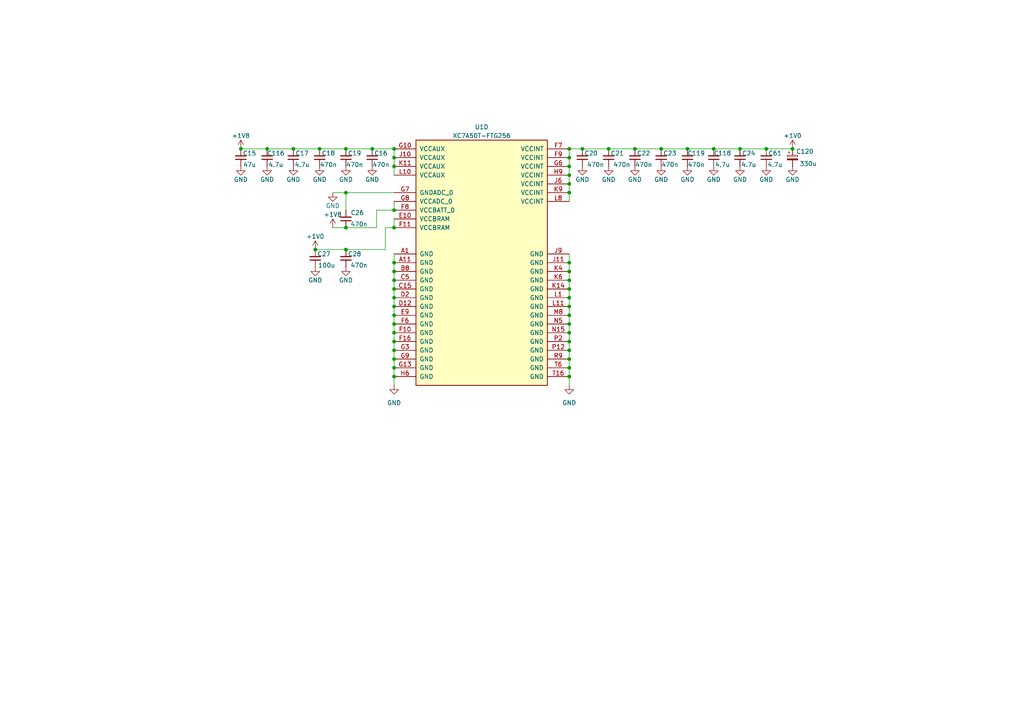
<source format=kicad_sch>
(kicad_sch (version 20231120) (generator "eeschema") (generator_version "8.0")
  (paper "A4")
  (title_block (title "CPArti: Artix-7 FPGA Development Board") (date "2024-08-22") (rev "1.0"))
  (lib_symbols
    (symbol "Device:C_Polarized_Small" (pin_numbers hide) (pin_names (offset 0.254) hide)
      (property "Reference" "C" (at 0.254 1.778 0))
      (property "Value" "C_Polarized_Small" (at 0.254 -2.032 0))
      (symbol "C_Polarized_Small_0_1"
        (rectangle (start -1.524 -0.3048) (end 1.524 -0.6858) (fill (type outline)))
        (rectangle (start -1.524 0.6858) (end 1.524 0.3048))
        (polyline (pts (xy -1.27 1.524) (xy -0.762 1.524)))
        (polyline (pts (xy -1.016 1.27) (xy -1.016 1.778)))
      )
      (symbol "C_Polarized_Small_1_1"
        (pin passive line (at 0 2.54 270) (length 1.8542) (name "~") (number "1"))
        (pin passive line (at 0 -2.54 90) (length 1.8542) (name "~") (number "2"))
      )
    )
    (symbol "Device:C_Small" (pin_numbers hide) (pin_names (offset 0.254) hide)
      (property "Reference" "C" (at 0.254 1.778 0))
      (property "Value" "C_Small" (at 0.254 -2.032 0))
      (symbol "C_Small_0_1"
        (polyline (pts (xy -1.524 -0.508) (xy 1.524 -0.508)) (stroke (width 0.3302)))
        (polyline (pts (xy -1.524 0.508) (xy 1.524 0.508)) (stroke (width 0.3048)))
      )
      (symbol "C_Small_1_1"
        (pin passive line (at 0 2.54 270) (length 2.032) (name "~") (number "1"))
        (pin passive line (at 0 -2.54 90) (length 2.032) (name "~") (number "2"))
      )
    )
    (symbol "FPGA_Xilinx_Artix7:XC7A50T-FTG256" (pin_names (offset 1.016))
      (property "Reference" "U" (at 0 1.27 0))
      (property "Value" "XC7A50T-FTG256" (at 0 -1.27 0))
      (symbol "XC7A50T-FTG256_1_1"
        (rectangle (start -44.45 67.31) (end 44.45 -73.66) (stroke (width 0.254)) (fill (type background)))
        (pin bidirectional line (at 50.8 38.1 180) (length 6.35) (name "IO_L3N_T0_DQS_AD1N_15") (number "A10"))
        (pin bidirectional line (at 50.8 27.94 180) (length 6.35) (name "IO_L5N_T0_AD9N_15") (number "A12"))
        (pin bidirectional line (at 50.8 20.32 180) (length 6.35) (name "IO_L7P_T1_AD2P_15") (number "A13"))
        (pin bidirectional line (at 50.8 17.78 180) (length 6.35) (name "IO_L7N_T1_AD2N_15") (number "A14"))
        (pin bidirectional line (at 50.8 7.62 180) (length 6.35) (name "IO_L9N_T1_DQS_AD3N_15") (number "A15"))
        (pin power_in line (at 27.94 73.66 270) (length 6.35) (name "VCCO_15") (number "A16"))
        (pin bidirectional line (at 50.8 45.72 180) (length 6.35) (name "IO_L2P_T0_AD8P_15") (number "A8"))
        (pin bidirectional line (at 50.8 43.18 180) (length 6.35) (name "IO_L2N_T0_AD8N_15") (number "A9"))
        (pin bidirectional line (at 50.8 35.56 180) (length 6.35) (name "IO_L4P_T0_15") (number "B10"))
        (pin bidirectional line (at 50.8 33.02 180) (length 6.35) (name "IO_L4N_T0_15") (number "B11"))
        (pin bidirectional line (at 50.8 30.48 180) (length 6.35) (name "IO_L5P_T0_AD9P_15") (number "B12"))
        (pin power_in line (at 30.48 73.66 270) (length 6.35) (name "VCCO_15") (number "B13"))
        (pin bidirectional line (at 50.8 12.7 180) (length 6.35) (name "IO_L8N_T1_AD10N_15") (number "B14"))
        (pin bidirectional line (at 50.8 10.16 180) (length 6.35) (name "IO_L9P_T1_DQS_AD3P_15") (number "B15"))
        (pin bidirectional line (at 50.8 2.54 180) (length 6.35) (name "IO_L10N_T1_AD11N_15") (number "B16"))
        (pin bidirectional line (at 50.8 40.64 180) (length 6.35) (name "IO_L3P_T0_DQS_AD1P_15") (number "B9"))
        (pin power_in line (at 33.02 73.66 270) (length 6.35) (name "VCCO_15") (number "C10"))
        (pin bidirectional line (at 50.8 0 180) (length 6.35) (name "IO_L11P_T1_SRCC_15") (number "C11"))
        (pin bidirectional line (at 50.8 -2.54 180) (length 6.35) (name "IO_L11N_T1_SRCC_15") (number "C12"))
        (pin bidirectional line (at 50.8 -7.62 180) (length 6.35) (name "IO_L12N_T1_MRCC_15") (number "C13"))
        (pin bidirectional line (at 50.8 15.24 180) (length 6.35) (name "IO_L8P_T1_AD10P_15") (number "C14"))
        (pin bidirectional line (at 50.8 5.08 180) (length 6.35) (name "IO_L10P_T1_AD11P_15") (number "C16"))
        (pin bidirectional line (at 50.8 50.8 180) (length 6.35) (name "IO_L1P_T0_AD0P_15") (number "C8"))
        (pin bidirectional line (at 50.8 48.26 180) (length 6.35) (name "IO_L1N_T0_AD0N_15") (number "C9"))
        (pin bidirectional line (at 50.8 53.34 180) (length 6.35) (name "IO_0_15") (number "D10"))
        (pin bidirectional line (at 50.8 -17.78 180) (length 6.35) (name "IO_L14N_T2_SRCC_15") (number "D11"))
        (pin bidirectional line (at 50.8 -5.08 180) (length 6.35) (name "IO_L12P_T1_MRCC_15") (number "D13"))
        (pin bidirectional line (at 50.8 -20.32 180) (length 6.35) (name "IO_L15P_T2_DQS_15") (number "D14"))
        (pin bidirectional line (at 50.8 -22.86 180) (length 6.35) (name "IO_L15N_T2_DQS_ADV_B_15") (number "D15"))
        (pin bidirectional line (at 50.8 -33.02 180) (length 6.35) (name "IO_L17N_T2_A25_15") (number "D16"))
        (pin bidirectional line (at 50.8 25.4 180) (length 6.35) (name "IO_L6P_T0_15") (number "D8"))
        (pin bidirectional line (at 50.8 22.86 180) (length 6.35) (name "IO_L6N_T0_VREF_15") (number "D9"))
        (pin bidirectional line (at 50.8 -15.24 180) (length 6.35) (name "IO_L14P_T2_SRCC_15") (number "E11"))
        (pin bidirectional line (at 50.8 -10.16 180) (length 6.35) (name "IO_L13P_T2_MRCC_15") (number "E12"))
        (pin bidirectional line (at 50.8 -12.7 180) (length 6.35) (name "IO_L13N_T2_MRCC_15") (number "E13"))
        (pin power_in line (at 35.56 73.66 270) (length 6.35) (name "VCCO_15") (number "E14"))
        (pin bidirectional line (at 50.8 -38.1 180) (length 6.35) (name "IO_L18N_T2_A23_15") (number "E15"))
        (pin bidirectional line (at 50.8 -30.48 180) (length 6.35) (name "IO_L17P_T2_A26_15") (number "E16"))
        (pin bidirectional line (at 50.8 -25.4 180) (length 6.35) (name "IO_L16P_T2_A28_15") (number "F12"))
        (pin bidirectional line (at 50.8 -27.94 180) (length 6.35) (name "IO_L16N_T2_A27_15") (number "F13"))
        (pin bidirectional line (at 50.8 -53.34 180) (length 6.35) (name "IO_L21N_T3_DQS_A18_15") (number "F14"))
        (pin bidirectional line (at 50.8 -35.56 180) (length 6.35) (name "IO_L18P_T2_A24_15") (number "F15"))
        (pin bidirectional line (at 50.8 -71.12 180) (length 6.35) (name "IO_25_15") (number "G11"))
        (pin bidirectional line (at 50.8 -43.18 180) (length 6.35) (name "IO_L19N_T3_A21_VREF_15") (number "G12"))
        (pin bidirectional line (at 50.8 -50.8 180) (length 6.35) (name "IO_L21P_T3_DQS_15") (number "G14"))
        (pin bidirectional line (at 50.8 -68.58 180) (length 6.35) (name "IO_L24N_T3_RS0_15") (number "G15"))
        (pin bidirectional line (at 50.8 -58.42 180) (length 6.35) (name "IO_L22N_T3_A16_15") (number "G16"))
        (pin bidirectional line (at 50.8 -40.64 180) (length 6.35) (name "IO_L19P_T3_A22_15") (number "H11"))
        (pin bidirectional line (at 50.8 -45.72 180) (length 6.35) (name "IO_L20P_T3_A20_15") (number "H12"))
        (pin bidirectional line (at 50.8 -48.26 180) (length 6.35) (name "IO_L20N_T3_A19_15") (number "H13"))
        (pin bidirectional line (at 50.8 -66.04 180) (length 6.35) (name "IO_L24P_T3_RS1_15") (number "H14"))
        (pin power_in line (at 38.1 73.66 270) (length 6.35) (name "VCCO_15") (number "H15"))
        (pin bidirectional line (at 50.8 -55.88 180) (length 6.35) (name "IO_L22P_T3_A17_15") (number "H16"))
        (pin power_in line (at 40.64 73.66 270) (length 6.35) (name "VCCO_15") (number "J12"))
        (pin bidirectional line (at -50.8 50.8 0) (length 6.35) (name "IO_L1P_T0_D00_MOSI_14") (number "J13"))
        (pin bidirectional line (at -50.8 48.26 0) (length 6.35) (name "IO_L1N_T0_D01_DIN_14") (number "J14"))
        (pin bidirectional line (at 50.8 -60.96 180) (length 6.35) (name "IO_L23P_T3_FOE_B_15") (number "J15"))
        (pin bidirectional line (at 50.8 -63.5 180) (length 6.35) (name "IO_L23N_T3_FWE_B_15") (number "J16"))
        (pin bidirectional line (at -50.8 53.34 0) (length 6.35) (name "IO_0_14") (number "K12"))
        (pin bidirectional line (at -50.8 30.48 0) (length 6.35) (name "IO_L5P_T0_D06_14") (number "K13"))
        (pin bidirectional line (at -50.8 45.72 0) (length 6.35) (name "IO_L2P_T0_D02_14") (number "K15"))
        (pin bidirectional line (at -50.8 43.18 0) (length 6.35) (name "IO_L2N_T0_D03_14") (number "K16"))
        (pin bidirectional line (at -50.8 25.4 0) (length 6.35) (name "IO_L6P_T0_FCS_B_14") (number "L12"))
        (pin bidirectional line (at -50.8 27.94 0) (length 6.35) (name "IO_L5N_T0_D07_14") (number "L13"))
        (pin bidirectional line (at -50.8 35.56 0) (length 6.35) (name "IO_L4P_T0_D04_14") (number "L14"))
        (pin bidirectional line (at -50.8 40.64 0) (length 6.35) (name "IO_L3P_T0_DQS_PUDC_B_14") (number "L15"))
        (pin power_in line (at -40.64 73.66 270) (length 6.35) (name "VCCO_14") (number "L16"))
        (pin bidirectional line (at -50.8 22.86 0) (length 6.35) (name "IO_L6N_T0_D08_VREF_14") (number "M12"))
        (pin power_in line (at -38.1 73.66 270) (length 6.35) (name "VCCO_14") (number "M13"))
        (pin bidirectional line (at -50.8 33.02 0) (length 6.35) (name "IO_L4N_T0_D05_14") (number "M14"))
        (pin bidirectional line (at -50.8 38.1 0) (length 6.35) (name "IO_L3N_T0_DQS_EMCCLK_14") (number "M15"))
        (pin bidirectional line (at -50.8 20.32 0) (length 6.35) (name "IO_L7P_T1_D09_14") (number "M16"))
        (pin bidirectional line (at -50.8 -40.64 0) (length 6.35) (name "IO_L19P_T3_A10_D26_14") (number "M6"))
        (pin power_in line (at -35.56 73.66 270) (length 6.35) (name "VCCO_14") (number "N10"))
        (pin bidirectional line (at -50.8 -10.16 0) (length 6.35) (name "IO_L13P_T2_MRCC_14") (number "N11"))
        (pin bidirectional line (at -50.8 -12.7 0) (length 6.35) (name "IO_L13N_T2_MRCC_14") (number "N12"))
        (pin bidirectional line (at -50.8 0 0) (length 6.35) (name "IO_L11P_T1_SRCC_14") (number "N13"))
        (pin bidirectional line (at -50.8 -5.08 0) (length 6.35) (name "IO_L12P_T1_MRCC_14") (number "N14"))
        (pin bidirectional line (at -50.8 17.78 0) (length 6.35) (name "IO_L7N_T1_D10_14") (number "N16"))
        (pin bidirectional line (at -50.8 -43.18 0) (length 6.35) (name "IO_L19N_T3_A09_D25_VREF_14") (number "N6"))
        (pin bidirectional line (at -50.8 -35.56 0) (length 6.35) (name "IO_L18P_T2_A12_D28_14") (number "N9"))
        (pin bidirectional line (at -50.8 -15.24 0) (length 6.35) (name "IO_L14P_T2_SRCC_14") (number "P10"))
        (pin bidirectional line (at -50.8 -17.78 0) (length 6.35) (name "IO_L14N_T2_SRCC_14") (number "P11"))
        (pin bidirectional line (at -50.8 -2.54 0) (length 6.35) (name "IO_L11N_T1_SRCC_14") (number "P13"))
        (pin bidirectional line (at -50.8 -7.62 0) (length 6.35) (name "IO_L12N_T1_MRCC_14") (number "P14"))
        (pin bidirectional line (at -50.8 15.24 0) (length 6.35) (name "IO_L8P_T1_D11_14") (number "P15"))
        (pin bidirectional line (at -50.8 12.7 0) (length 6.35) (name "IO_L8N_T1_D12_14") (number "P16"))
        (pin bidirectional line (at -50.8 -71.12 0) (length 6.35) (name "IO_25_14") (number "P6"))
        (pin power_in line (at -33.02 73.66 270) (length 6.35) (name "VCCO_14") (number "P7"))
        (pin bidirectional line (at -50.8 -45.72 0) (length 6.35) (name "IO_L20P_T3_A08_D24_14") (number "P8"))
        (pin bidirectional line (at -50.8 -38.1 0) (length 6.35) (name "IO_L18N_T2_A11_D27_14") (number "P9"))
        (pin bidirectional line (at -50.8 -30.48 0) (length 6.35) (name "IO_L17P_T2_A14_D30_14") (number "R10"))
        (pin bidirectional line (at -50.8 -33.02 0) (length 6.35) (name "IO_L17N_T2_A13_D29_14") (number "R11"))
        (pin bidirectional line (at -50.8 -20.32 0) (length 6.35) (name "IO_L15P_T2_DQS_RDWR_B_14") (number "R12"))
        (pin bidirectional line (at -50.8 -25.4 0) (length 6.35) (name "IO_L16P_T2_CSI_B_14") (number "R13"))
        (pin power_in line (at -30.48 73.66 270) (length 6.35) (name "VCCO_14") (number "R14"))
        (pin bidirectional line (at -50.8 10.16 0) (length 6.35) (name "IO_L9P_T1_DQS_14") (number "R15"))
        (pin bidirectional line (at -50.8 7.62 0) (length 6.35) (name "IO_L9N_T1_DQS_D13_14") (number "R16"))
        (pin bidirectional line (at -50.8 -60.96 0) (length 6.35) (name "IO_L23P_T3_A03_D19_14") (number "R5"))
        (pin bidirectional line (at -50.8 -66.04 0) (length 6.35) (name "IO_L24P_T3_A01_D17_14") (number "R6"))
        (pin bidirectional line (at -50.8 -68.58 0) (length 6.35) (name "IO_L24N_T3_A00_D16_14") (number "R7"))
        (pin bidirectional line (at -50.8 -48.26 0) (length 6.35) (name "IO_L20N_T3_A07_D23_14") (number "R8"))
        (pin bidirectional line (at -50.8 -58.42 0) (length 6.35) (name "IO_L22N_T3_A04_D20_14") (number "T10"))
        (pin power_in line (at -27.94 73.66 270) (length 6.35) (name "VCCO_14") (number "T11"))
        (pin bidirectional line (at -50.8 -22.86 0) (length 6.35) (name "IO_L15N_T2_DQS_DOUT_CSO_B_14") (number "T12"))
        (pin bidirectional line (at -50.8 -27.94 0) (length 6.35) (name "IO_L16N_T2_A15_D31_14") (number "T13"))
        (pin bidirectional line (at -50.8 5.08 0) (length 6.35) (name "IO_L10P_T1_D14_14") (number "T14"))
        (pin bidirectional line (at -50.8 2.54 0) (length 6.35) (name "IO_L10N_T1_D15_14") (number "T15"))
        (pin bidirectional line (at -50.8 -63.5 0) (length 6.35) (name "IO_L23N_T3_A02_D18_14") (number "T5"))
        (pin bidirectional line (at -50.8 -50.8 0) (length 6.35) (name "IO_L21P_T3_DQS_14") (number "T7"))
        (pin bidirectional line (at -50.8 -53.34 0) (length 6.35) (name "IO_L21N_T3_DQS_A06_D22_14") (number "T8"))
        (pin bidirectional line (at -50.8 -55.88 0) (length 6.35) (name "IO_L22P_T3_A05_D21_14") (number "T9"))
      )
      (symbol "XC7A50T-FTG256_2_1"
        (rectangle (start -44.45 67.31) (end 44.45 -73.66) (stroke (width 0.254)) (fill (type background)))
        (pin bidirectional line (at 50.8 12.7 180) (length 6.35) (name "IO_L8N_T1_AD14N_35") (number "A2"))
        (pin bidirectional line (at 50.8 33.02 180) (length 6.35) (name "IO_L4N_T0_35") (number "A3"))
        (pin bidirectional line (at 50.8 38.1 180) (length 6.35) (name "IO_L3N_T0_DQS_AD5N_35") (number "A4"))
        (pin bidirectional line (at 50.8 40.64 180) (length 6.35) (name "IO_L3P_T0_DQS_AD5P_35") (number "A5"))
        (pin power_in line (at 27.94 73.66 270) (length 6.35) (name "VCCO_35") (number "A6"))
        (pin bidirectional line (at 50.8 48.26 180) (length 6.35) (name "IO_L1N_T0_AD4N_35") (number "A7"))
        (pin bidirectional line (at 50.8 7.62 180) (length 6.35) (name "IO_L9N_T1_DQS_AD7N_35") (number "B1"))
        (pin bidirectional line (at 50.8 15.24 180) (length 6.35) (name "IO_L8P_T1_AD14P_35") (number "B2"))
        (pin power_in line (at 30.48 73.66 270) (length 6.35) (name "VCCO_35") (number "B3"))
        (pin bidirectional line (at 50.8 35.56 180) (length 6.35) (name "IO_L4P_T0_35") (number "B4"))
        (pin bidirectional line (at 50.8 43.18 180) (length 6.35) (name "IO_L2N_T0_AD12N_35") (number "B5"))
        (pin bidirectional line (at 50.8 45.72 180) (length 6.35) (name "IO_L2P_T0_AD12P_35") (number "B6"))
        (pin bidirectional line (at 50.8 50.8 180) (length 6.35) (name "IO_L1P_T0_AD4P_35") (number "B7"))
        (pin bidirectional line (at 50.8 10.16 180) (length 6.35) (name "IO_L9P_T1_DQS_AD7P_35") (number "C1"))
        (pin bidirectional line (at 50.8 17.78 180) (length 6.35) (name "IO_L7N_T1_AD6N_35") (number "C2"))
        (pin bidirectional line (at 50.8 20.32 180) (length 6.35) (name "IO_L7P_T1_AD6P_35") (number "C3"))
        (pin bidirectional line (at 50.8 -7.62 180) (length 6.35) (name "IO_L12N_T1_MRCC_35") (number "C4"))
        (pin bidirectional line (at 50.8 27.94 180) (length 6.35) (name "IO_L5N_T0_AD13N_35") (number "C6"))
        (pin bidirectional line (at 50.8 30.48 180) (length 6.35) (name "IO_L5P_T0_AD13P_35") (number "C7"))
        (pin bidirectional line (at 50.8 2.54 180) (length 6.35) (name "IO_L10N_T1_AD15N_35") (number "D1"))
        (pin bidirectional line (at 50.8 -2.54 180) (length 6.35) (name "IO_L11N_T1_SRCC_35") (number "D3"))
        (pin bidirectional line (at 50.8 -5.08 180) (length 6.35) (name "IO_L12P_T1_MRCC_35") (number "D4"))
        (pin bidirectional line (at 50.8 22.86 180) (length 6.35) (name "IO_L6N_T0_VREF_35") (number "D5"))
        (pin bidirectional line (at 50.8 25.4 180) (length 6.35) (name "IO_L6P_T0_35") (number "D6"))
        (pin power_in line (at 33.02 73.66 270) (length 6.35) (name "VCCO_35") (number "D7"))
        (pin bidirectional line (at 50.8 -22.86 180) (length 6.35) (name "IO_L15N_T2_DQS_35") (number "E1"))
        (pin bidirectional line (at 50.8 5.08 180) (length 6.35) (name "IO_L10P_T1_AD15P_35") (number "E2"))
        (pin bidirectional line (at 50.8 0 180) (length 6.35) (name "IO_L11P_T1_SRCC_35") (number "E3"))
        (pin power_in line (at 35.56 73.66 270) (length 6.35) (name "VCCO_35") (number "E4"))
        (pin bidirectional line (at 50.8 -12.7 180) (length 6.35) (name "IO_L13N_T2_MRCC_35") (number "E5"))
        (pin bidirectional line (at 50.8 53.34 180) (length 6.35) (name "IO_0_35") (number "E6"))
        (pin power_in line (at 38.1 73.66 270) (length 6.35) (name "VCCO_35") (number "F1"))
        (pin bidirectional line (at 50.8 -20.32 180) (length 6.35) (name "IO_L15P_T2_DQS_35") (number "F2"))
        (pin bidirectional line (at 50.8 -17.78 180) (length 6.35) (name "IO_L14N_T2_SRCC_35") (number "F3"))
        (pin bidirectional line (at 50.8 -15.24 180) (length 6.35) (name "IO_L14P_T2_SRCC_35") (number "F4"))
        (pin bidirectional line (at 50.8 -10.16 180) (length 6.35) (name "IO_L13P_T2_MRCC_35") (number "F5"))
        (pin bidirectional line (at 50.8 -33.02 180) (length 6.35) (name "IO_L17N_T2_35") (number "G1"))
        (pin bidirectional line (at 50.8 -30.48 180) (length 6.35) (name "IO_L17P_T2_35") (number "G2"))
        (pin bidirectional line (at 50.8 -27.94 180) (length 6.35) (name "IO_L16N_T2_35") (number "G4"))
        (pin bidirectional line (at 50.8 -25.4 180) (length 6.35) (name "IO_L16P_T2_35") (number "G5"))
        (pin bidirectional line (at 50.8 -48.26 180) (length 6.35) (name "IO_L20N_T3_35") (number "H1"))
        (pin bidirectional line (at 50.8 -45.72 180) (length 6.35) (name "IO_L20P_T3_35") (number "H2"))
        (pin bidirectional line (at 50.8 -53.34 180) (length 6.35) (name "IO_L21N_T3_DQS_35") (number "H3"))
        (pin bidirectional line (at 50.8 -38.1 180) (length 6.35) (name "IO_L18N_T2_35") (number "H4"))
        (pin bidirectional line (at 50.8 -35.56 180) (length 6.35) (name "IO_L18P_T2_35") (number "H5"))
        (pin bidirectional line (at 50.8 -58.42 180) (length 6.35) (name "IO_L22N_T3_35") (number "J1"))
        (pin power_in line (at 40.64 73.66 270) (length 6.35) (name "VCCO_35") (number "J2"))
        (pin bidirectional line (at 50.8 -50.8 180) (length 6.35) (name "IO_L21P_T3_DQS_35") (number "J3"))
        (pin bidirectional line (at 50.8 -43.18 180) (length 6.35) (name "IO_L19N_T3_VREF_35") (number "J4"))
        (pin bidirectional line (at 50.8 -40.64 180) (length 6.35) (name "IO_L19P_T3_35") (number "J5"))
        (pin bidirectional line (at 50.8 -55.88 180) (length 6.35) (name "IO_L22P_T3_35") (number "K1"))
        (pin bidirectional line (at 50.8 -68.58 180) (length 6.35) (name "IO_L24N_T3_35") (number "K2"))
        (pin bidirectional line (at 50.8 -66.04 180) (length 6.35) (name "IO_L24P_T3_35") (number "K3"))
        (pin bidirectional line (at 50.8 -71.12 180) (length 6.35) (name "IO_25_35") (number "K5"))
        (pin bidirectional line (at 50.8 -63.5 180) (length 6.35) (name "IO_L23N_T3_35") (number "L2"))
        (pin bidirectional line (at 50.8 -60.96 180) (length 6.35) (name "IO_L23P_T3_35") (number "L3"))
        (pin bidirectional line (at -50.8 50.8 0) (length 6.35) (name "IO_L1P_T0_34") (number "L4"))
        (pin bidirectional line (at -50.8 53.34 0) (length 6.35) (name "IO_0_34") (number "L5"))
        (pin bidirectional line (at -50.8 43.18 0) (length 6.35) (name "IO_L2N_T0_34") (number "M1"))
        (pin bidirectional line (at -50.8 45.72 0) (length 6.35) (name "IO_L2P_T0_34") (number "M2"))
        (pin power_in line (at -40.64 73.66 270) (length 6.35) (name "VCCO_34") (number "M3"))
        (pin bidirectional line (at -50.8 48.26 0) (length 6.35) (name "IO_L1N_T0_34") (number "M4"))
        (pin bidirectional line (at -50.8 25.4 0) (length 6.35) (name "IO_L6P_T0_34") (number "M5"))
        (pin bidirectional line (at -50.8 35.56 0) (length 6.35) (name "IO_L4P_T0_34") (number "N1"))
        (pin bidirectional line (at -50.8 38.1 0) (length 6.35) (name "IO_L3N_T0_DQS_34") (number "N2"))
        (pin bidirectional line (at -50.8 40.64 0) (length 6.35) (name "IO_L3P_T0_DQS_34") (number "N3"))
        (pin bidirectional line (at -50.8 22.86 0) (length 6.35) (name "IO_L6N_T0_VREF_34") (number "N4"))
        (pin bidirectional line (at -50.8 33.02 0) (length 6.35) (name "IO_L4N_T0_34") (number "P1"))
        (pin bidirectional line (at -50.8 27.94 0) (length 6.35) (name "IO_L5N_T0_34") (number "P3"))
        (pin bidirectional line (at -50.8 30.48 0) (length 6.35) (name "IO_L5P_T0_34") (number "P4"))
        (pin bidirectional line (at -50.8 5.08 0) (length 6.35) (name "IO_L10P_T1_34") (number "P5"))
        (pin bidirectional line (at -50.8 17.78 0) (length 6.35) (name "IO_L7N_T1_34") (number "R1"))
        (pin bidirectional line (at -50.8 20.32 0) (length 6.35) (name "IO_L7P_T1_34") (number "R2"))
        (pin bidirectional line (at -50.8 15.24 0) (length 6.35) (name "IO_L8P_T1_34") (number "R3"))
        (pin power_in line (at -38.1 73.66 270) (length 6.35) (name "VCCO_34") (number "R4"))
        (pin power_in line (at -35.56 73.66 270) (length 6.35) (name "VCCO_34") (number "T1"))
        (pin bidirectional line (at -50.8 12.7 0) (length 6.35) (name "IO_L8N_T1_34") (number "T2"))
        (pin bidirectional line (at -50.8 7.62 0) (length 6.35) (name "IO_L9N_T1_DQS_34") (number "T3"))
        (pin bidirectional line (at -50.8 10.16 0) (length 6.35) (name "IO_L9P_T1_DQS_34") (number "T4"))
      )
      (symbol "XC7A50T-FTG256_3_1"
        (rectangle (start -31.75 34.29) (end 31.75 -40.64) (stroke (width 0.254)) (fill (type background)))
        (pin bidirectional line (at 38.1 -15.24 180) (length 6.35) (name "CFGBVS_0") (number "E7"))
        (pin bidirectional line (at 38.1 7.62 180) (length 6.35) (name "CCLK_0") (number "E8"))
        (pin bidirectional line (at 38.1 -5.08 180) (length 6.35) (name "DONE_0") (number "H10"))
        (pin bidirectional line (at 38.1 -30.48 180) (length 6.35) (name "VREFN_0") (number "H7"))
        (pin bidirectional line (at 38.1 -20.32 180) (length 6.35) (name "VP_0") (number "H8"))
        (pin bidirectional line (at 38.1 -22.86 180) (length 6.35) (name "VN_0") (number "J7"))
        (pin bidirectional line (at 38.1 -27.94 180) (length 6.35) (name "VREFP_0") (number "J8"))
        (pin bidirectional line (at 38.1 -7.62 180) (length 6.35) (name "INIT_B_0") (number "K10"))
        (pin bidirectional line (at 38.1 -38.1 180) (length 6.35) (name "DXN_0") (number "K7"))
        (pin bidirectional line (at 38.1 -35.56 180) (length 6.35) (name "DXP_0") (number "K8"))
        (pin power_in line (at 27.94 40.64 270) (length 6.35) (name "VCCO_0") (number "L6"))
        (pin bidirectional line (at 38.1 12.7 180) (length 6.35) (name "TCK_0") (number "L7"))
        (pin bidirectional line (at 38.1 -10.16 180) (length 6.35) (name "PROGRAM_B_0") (number "L9"))
        (pin bidirectional line (at 38.1 2.54 180) (length 6.35) (name "M1_0") (number "M10"))
        (pin bidirectional line (at 38.1 0 180) (length 6.35) (name "M2_0") (number "M11"))
        (pin bidirectional line (at 38.1 15.24 180) (length 6.35) (name "TMS_0") (number "M7"))
        (pin bidirectional line (at 38.1 5.08 180) (length 6.35) (name "M0_0") (number "M9"))
        (pin bidirectional line (at 38.1 20.32 180) (length 6.35) (name "TDI_0") (number "N7"))
        (pin bidirectional line (at 38.1 17.78 180) (length 6.35) (name "TDO_0") (number "N8"))
      )
      (symbol "XC7A50T-FTG256_4_1"
        (rectangle (start -19.05 35.56) (end 19.05 -35.56) (stroke (width 0.254)) (fill (type background)))
        (pin power_in line (at -25.4 2.54 0) (length 6.35) (name "GND") (number "A1"))
        (pin power_in line (at -25.4 0 0) (length 6.35) (name "GND") (number "A11"))
        (pin power_in line (at -25.4 -2.54 0) (length 6.35) (name "GND") (number "B8"))
        (pin power_in line (at -25.4 -7.62 0) (length 6.35) (name "GND") (number "C15"))
        (pin power_in line (at -25.4 -5.08 0) (length 6.35) (name "GND") (number "C5"))
        (pin power_in line (at -25.4 -12.7 0) (length 6.35) (name "GND") (number "D12"))
        (pin power_in line (at -25.4 -10.16 0) (length 6.35) (name "GND") (number "D2"))
        (pin power_in line (at -25.4 12.7 0) (length 6.35) (name "VCCBRAM") (number "E10"))
        (pin power_in line (at -25.4 -15.24 0) (length 6.35) (name "GND") (number "E9"))
        (pin power_in line (at -25.4 -20.32 0) (length 6.35) (name "GND") (number "F10"))
        (pin power_in line (at -25.4 10.16 0) (length 6.35) (name "VCCBRAM") (number "F11"))
        (pin power_in line (at -25.4 -22.86 0) (length 6.35) (name "GND") (number "F16"))
        (pin power_in line (at -25.4 -17.78 0) (length 6.35) (name "GND") (number "F6"))
        (pin power_in line (at 25.4 33.02 180) (length 6.35) (name "VCCINT") (number "F7"))
        (pin power_in line (at -25.4 15.24 0) (length 6.35) (name "VCCBATT_0") (number "F8"))
        (pin power_in line (at 25.4 30.48 180) (length 6.35) (name "VCCINT") (number "F9"))
        (pin power_in line (at -25.4 33.02 0) (length 6.35) (name "VCCAUX") (number "G10"))
        (pin power_in line (at -25.4 -30.48 0) (length 6.35) (name "GND") (number "G13"))
        (pin power_in line (at -25.4 -25.4 0) (length 6.35) (name "GND") (number "G3"))
        (pin power_in line (at 25.4 27.94 180) (length 6.35) (name "VCCINT") (number "G6"))
        (pin power_in line (at -25.4 20.32 0) (length 6.35) (name "GNDADC_0") (number "G7"))
        (pin power_in line (at -25.4 17.78 0) (length 6.35) (name "VCCADC_0") (number "G8"))
        (pin power_in line (at -25.4 -27.94 0) (length 6.35) (name "GND") (number "G9"))
        (pin power_in line (at -25.4 -33.02 0) (length 6.35) (name "GND") (number "H6"))
        (pin power_in line (at 25.4 25.4 180) (length 6.35) (name "VCCINT") (number "H9"))
        (pin power_in line (at -25.4 30.48 0) (length 6.35) (name "VCCAUX") (number "J10"))
        (pin power_in line (at 25.4 0 180) (length 6.35) (name "GND") (number "J11"))
        (pin power_in line (at 25.4 22.86 180) (length 6.35) (name "VCCINT") (number "J6"))
        (pin power_in line (at 25.4 2.54 180) (length 6.35) (name "GND") (number "J9"))
        (pin power_in line (at -25.4 27.94 0) (length 6.35) (name "VCCAUX") (number "K11"))
        (pin power_in line (at 25.4 -7.62 180) (length 6.35) (name "GND") (number "K14"))
        (pin power_in line (at 25.4 -2.54 180) (length 6.35) (name "GND") (number "K4"))
        (pin power_in line (at 25.4 -5.08 180) (length 6.35) (name "GND") (number "K6"))
        (pin power_in line (at 25.4 20.32 180) (length 6.35) (name "VCCINT") (number "K9"))
        (pin power_in line (at 25.4 -10.16 180) (length 6.35) (name "GND") (number "L1"))
        (pin power_in line (at -25.4 25.4 0) (length 6.35) (name "VCCAUX") (number "L10"))
        (pin power_in line (at 25.4 -12.7 180) (length 6.35) (name "GND") (number "L11"))
        (pin power_in line (at 25.4 17.78 180) (length 6.35) (name "VCCINT") (number "L8"))
        (pin power_in line (at 25.4 -15.24 180) (length 6.35) (name "GND") (number "M8"))
        (pin power_in line (at 25.4 -20.32 180) (length 6.35) (name "GND") (number "N15"))
        (pin power_in line (at 25.4 -17.78 180) (length 6.35) (name "GND") (number "N5"))
        (pin power_in line (at 25.4 -25.4 180) (length 6.35) (name "GND") (number "P12"))
        (pin power_in line (at 25.4 -22.86 180) (length 6.35) (name "GND") (number "P2"))
        (pin power_in line (at 25.4 -27.94 180) (length 6.35) (name "GND") (number "R9"))
        (pin power_in line (at 25.4 -33.02 180) (length 6.35) (name "GND") (number "T16"))
        (pin power_in line (at 25.4 -30.48 180) (length 6.35) (name "GND") (number "T6"))
      )
    )
    (symbol "power:+1V0" (power) (pin_numbers hide) (pin_names (offset 0) hide)
      (property "Value" "+1V0" (at 0 3.556 0))
      (symbol "+1V0_0_1"
        (polyline (pts (xy -0.762 1.27) (xy 0 2.54)))
        (polyline (pts (xy 0 0) (xy 0 2.54)))
        (polyline (pts (xy 0 2.54) (xy 0.762 1.27)))
      )
      (symbol "+1V0_1_1"
        (pin power_in line (at 0 0 90) (length 0) (name "~") (number "1"))
      )
    )
    (symbol "power:+1V8" (power) (pin_numbers hide) (pin_names (offset 0) hide)
      (property "Value" "+1V8" (at 0 3.556 0))
      (symbol "+1V8_0_1"
        (polyline (pts (xy -0.762 1.27) (xy 0 2.54)))
        (polyline (pts (xy 0 0) (xy 0 2.54)))
        (polyline (pts (xy 0 2.54) (xy 0.762 1.27)))
      )
      (symbol "+1V8_1_1"
        (pin power_in line (at 0 0 90) (length 0) (name "~") (number "1"))
      )
    )
    (symbol "power:GND" (power) (pin_numbers hide) (pin_names (offset 0) hide)
      (property "Value" "GND" (at 0 -3.81 0))
      (symbol "GND_0_1"
        (polyline (pts (xy 0 0) (xy 0 -1.27) (xy 1.27 -1.27) (xy 0 -2.54) (xy -1.27 -1.27) (xy 0 -1.27)))
      )
      (symbol "GND_1_1"
        (pin power_in line (at 0 0 270) (length 0) (name "~") (number "1"))
      )
    )
  )
  (junction (at 165.1 109.22))
  (junction (at 114.3 96.52))
  (junction (at 165.1 104.14))
  (junction (at 100.33 72.39))
  (junction (at 114.3 91.44))
  (junction (at 92.71 43.18))
  (junction (at 165.1 99.06))
  (junction (at 184.15 43.18))
  (junction (at 114.3 43.18))
  (junction (at 165.1 55.88))
  (junction (at 114.3 106.68))
  (junction (at 100.33 43.18))
  (junction (at 114.3 60.96))
  (junction (at 85.09 43.18))
  (junction (at 165.1 50.8))
  (junction (at 165.1 78.74))
  (junction (at 114.3 76.2))
  (junction (at 207.01 43.18))
  (junction (at 91.44 72.39))
  (junction (at 114.3 88.9))
  (junction (at 114.3 48.26))
  (junction (at 165.1 83.82))
  (junction (at 165.1 45.72))
  (junction (at 114.3 104.14))
  (junction (at 165.1 86.36))
  (junction (at 100.33 55.88))
  (junction (at 114.3 101.6))
  (junction (at 165.1 91.44))
  (junction (at 114.3 86.36))
  (junction (at 114.3 78.74))
  (junction (at 191.77 43.18))
  (junction (at 165.1 53.34))
  (junction (at 229.87 43.18))
  (junction (at 165.1 96.52))
  (junction (at 165.1 43.18))
  (junction (at 100.33 66.04))
  (junction (at 165.1 93.98))
  (junction (at 114.3 81.28))
  (junction (at 165.1 88.9))
  (junction (at 107.95 43.18))
  (junction (at 165.1 48.26))
  (junction (at 165.1 101.6))
  (junction (at 165.1 76.2))
  (junction (at 214.63 43.18))
  (junction (at 176.53 43.18))
  (junction (at 168.91 43.18))
  (junction (at 114.3 99.06))
  (junction (at 77.47 43.18))
  (junction (at 114.3 45.72))
  (junction (at 69.85 43.18))
  (junction (at 199.39 43.18))
  (junction (at 114.3 93.98))
  (junction (at 114.3 66.04))
  (junction (at 165.1 81.28))
  (junction (at 222.25 43.18))
  (junction (at 165.1 106.68))
  (junction (at 114.3 83.82))
  (junction (at 114.3 109.22))
  (wire (pts (xy 176.53 43.18) (xy 184.15 43.18)))
  (wire (pts (xy 114.3 101.6) (xy 114.3 104.14)))
  (wire (pts (xy 165.1 93.98) (xy 165.1 96.52)))
  (wire (pts (xy 165.1 91.44) (xy 165.1 93.98)))
  (wire (pts (xy 165.1 83.82) (xy 165.1 86.36)))
  (wire (pts (xy 100.33 66.04) (xy 109.22 66.04)))
  (wire (pts (xy 100.33 55.88) (xy 100.33 60.96)))
  (wire (pts (xy 109.22 60.96) (xy 114.3 60.96)))
  (wire (pts (xy 165.1 106.68) (xy 165.1 109.22)))
  (wire (pts (xy 165.1 50.8) (xy 165.1 53.34)))
  (wire (pts (xy 114.3 48.26) (xy 114.3 50.8)))
  (wire (pts (xy 207.01 43.18) (xy 214.63 43.18)))
  (wire (pts (xy 214.63 43.18) (xy 222.25 43.18)))
  (wire (pts (xy 114.3 96.52) (xy 114.3 99.06)))
  (wire (pts (xy 100.33 55.88) (xy 114.3 55.88)))
  (wire (pts (xy 96.52 66.04) (xy 100.33 66.04)))
  (wire (pts (xy 165.1 104.14) (xy 165.1 106.68)))
  (wire (pts (xy 114.3 81.28) (xy 114.3 83.82)))
  (wire (pts (xy 114.3 104.14) (xy 114.3 106.68)))
  (wire (pts (xy 165.1 81.28) (xy 165.1 83.82)))
  (wire (pts (xy 114.3 83.82) (xy 114.3 86.36)))
  (wire (pts (xy 114.3 63.5) (xy 114.3 66.04)))
  (wire (pts (xy 114.3 109.22) (xy 114.3 111.76)))
  (wire (pts (xy 165.1 78.74) (xy 165.1 81.28)))
  (wire (pts (xy 165.1 76.2) (xy 165.1 78.74)))
  (wire (pts (xy 165.1 86.36) (xy 165.1 88.9)))
  (wire (pts (xy 109.22 66.04) (xy 109.22 60.96)))
  (wire (pts (xy 114.3 73.66) (xy 114.3 76.2)))
  (wire (pts (xy 165.1 99.06) (xy 165.1 101.6)))
  (wire (pts (xy 114.3 91.44) (xy 114.3 93.98)))
  (wire (pts (xy 165.1 101.6) (xy 165.1 104.14)))
  (wire (pts (xy 114.3 78.74) (xy 114.3 81.28)))
  (wire (pts (xy 114.3 58.42) (xy 114.3 60.96)))
  (wire (pts (xy 165.1 55.88) (xy 165.1 58.42)))
  (wire (pts (xy 165.1 96.52) (xy 165.1 99.06)))
  (wire (pts (xy 114.3 106.68) (xy 114.3 109.22)))
  (wire (pts (xy 165.1 109.22) (xy 165.1 111.76)))
  (wire (pts (xy 69.85 43.18) (xy 77.47 43.18)))
  (wire (pts (xy 165.1 43.18) (xy 168.91 43.18)))
  (wire (pts (xy 165.1 45.72) (xy 165.1 48.26)))
  (wire (pts (xy 184.15 43.18) (xy 191.77 43.18)))
  (wire (pts (xy 165.1 88.9) (xy 165.1 91.44)))
  (wire (pts (xy 111.76 66.04) (xy 111.76 72.39)))
  (wire (pts (xy 114.3 86.36) (xy 114.3 88.9)))
  (wire (pts (xy 191.77 43.18) (xy 199.39 43.18)))
  (wire (pts (xy 165.1 53.34) (xy 165.1 55.88)))
  (wire (pts (xy 114.3 88.9) (xy 114.3 91.44)))
  (wire (pts (xy 222.25 43.18) (xy 229.87 43.18)))
  (wire (pts (xy 92.71 43.18) (xy 100.33 43.18)))
  (wire (pts (xy 114.3 45.72) (xy 114.3 48.26)))
  (wire (pts (xy 114.3 76.2) (xy 114.3 78.74)))
  (wire (pts (xy 165.1 73.66) (xy 165.1 76.2)))
  (wire (pts (xy 168.91 43.18) (xy 176.53 43.18)))
  (wire (pts (xy 114.3 93.98) (xy 114.3 96.52)))
  (wire (pts (xy 114.3 66.04) (xy 111.76 66.04)))
  (wire (pts (xy 77.47 43.18) (xy 85.09 43.18)))
  (wire (pts (xy 91.44 72.39) (xy 100.33 72.39)))
  (wire (pts (xy 107.95 43.18) (xy 114.3 43.18)))
  (wire (pts (xy 100.33 43.18) (xy 107.95 43.18)))
  (wire (pts (xy 114.3 43.18) (xy 114.3 45.72)))
  (wire (pts (xy 96.52 55.88) (xy 100.33 55.88)))
  (wire (pts (xy 165.1 48.26) (xy 165.1 50.8)))
  (wire (pts (xy 114.3 99.06) (xy 114.3 101.6)))
  (wire (pts (xy 165.1 43.18) (xy 165.1 45.72)))
  (wire (pts (xy 111.76 72.39) (xy 100.33 72.39)))
  (wire (pts (xy 85.09 43.18) (xy 92.71 43.18)))
  (wire (pts (xy 199.39 43.18) (xy 207.01 43.18)))
  (symbol (lib_id "Device:C_Small") (at 100.33 63.5 0) (mirror x) (unit 1)
    (property "Reference" "C26" (at 103.632 61.722 0))
    (property "Value" "470n" (at 104.14 65.024 0))
    (property "Footprint" "Capacitor_SMD:C_0603_1608Metric" (effects (hide yes)))
    (property "Description" "Unpolarized capacitor, small symbol" (effects (hide yes)))
    (property "LCSC" "C1623" (effects (hide yes)))
  )
  (symbol (lib_id "Device:C_Small") (at 168.91 45.72 180) (unit 1)
    (property "Reference" "C20" (at 171.45 44.45 0))
    (property "Value" "470n" (at 172.72 47.752 0))
    (property "Footprint" "Capacitor_SMD:C_0603_1608Metric" (effects (hide yes)))
    (property "Description" "Unpolarized capacitor, small symbol" (effects (hide yes)))
    (property "LCSC" "C1623" (effects (hide yes)))
  )
  (symbol (lib_id "power:GND") (at 91.44 77.47 0) (unit 1)
    (property "Reference" "#PWR049" (effects (hide yes)))
    (property "Value" "GND" (at 91.44 81.28 0))
    (property "Description" "Power symbol creates a global label with name \"GND\" , ground" (effects (hide yes)))
  )
  (symbol (lib_id "power:GND") (at 100.33 77.47 0) (unit 1)
    (property "Reference" "#PWR051" (effects (hide yes)))
    (property "Value" "GND" (at 100.33 81.28 0))
    (property "Description" "Power symbol creates a global label with name \"GND\" , ground" (effects (hide yes)))
  )
  (symbol (lib_id "Device:C_Small") (at 222.25 45.72 180) (unit 1)
    (property "Reference" "C61" (at 224.79 44.45 0))
    (property "Value" "4.7u" (at 224.79 47.752 0))
    (property "Footprint" "Capacitor_SMD:C_0603_1608Metric" (effects (hide yes)))
    (property "Description" "Unpolarized capacitor, small symbol" (effects (hide yes)))
    (property "LCSC" "C19666" (effects (hide yes)))
  )
  (symbol (lib_id "power:+1V0") (at 91.44 72.39 0) (unit 1)
    (property "Reference" "#PWR048" (effects (hide yes)))
    (property "Value" "+1V0" (at 91.44 68.58 0))
    (property "Description" "Power symbol creates a global label with name \"+1V0\"" (effects (hide yes)))
  )
  (symbol (lib_id "power:GND") (at 165.1 111.76 0) (unit 1)
    (property "Reference" "#PWR0306" (effects (hide yes)))
    (property "Value" "GND" (at 165.1 116.84 0))
    (property "Description" "Power symbol creates a global label with name \"GND\" , ground" (effects (hide yes)))
  )
  (symbol (lib_id "power:GND") (at 184.15 48.26 0) (unit 1)
    (property "Reference" "#PWR059" (effects (hide yes)))
    (property "Value" "GND" (at 184.15 52.07 0))
    (property "Description" "Power symbol creates a global label with name \"GND\" , ground" (effects (hide yes)))
  )
  (symbol (lib_id "power:GND") (at 85.09 48.26 0) (unit 1)
    (property "Reference" "#PWR044" (effects (hide yes)))
    (property "Value" "GND" (at 85.09 52.07 0))
    (property "Description" "Power symbol creates a global label with name \"GND\" , ground" (effects (hide yes)))
  )
  (symbol (lib_id "Device:C_Small") (at 69.85 45.72 180) (unit 1)
    (property "Reference" "C15" (at 72.39 44.45 0))
    (property "Value" "47u" (at 72.39 47.752 0))
    (property "Footprint" "Capacitor_SMD:C_0805_2012Metric" (effects (hide yes)))
    (property "Description" "Unpolarized capacitor, small symbol" (effects (hide yes)))
    (property "LCSC" "C16780" (effects (hide yes)))
  )
  (symbol (lib_id "Device:C_Small") (at 191.77 45.72 180) (unit 1)
    (property "Reference" "C23" (at 194.31 44.45 0))
    (property "Value" "470n" (at 194.31 47.752 0))
    (property "Footprint" "Capacitor_SMD:C_0603_1608Metric" (effects (hide yes)))
    (property "Description" "Unpolarized capacitor, small symbol" (effects (hide yes)))
    (property "LCSC" "C1623" (effects (hide yes)))
  )
  (symbol (lib_id "power:+1V8") (at 96.52 66.04 0) (unit 1)
    (property "Reference" "#PWR047" (effects (hide yes)))
    (property "Value" "+1V8" (at 96.52 62.23 0))
    (property "Description" "Power symbol creates a global label with name \"+1V8\"" (effects (hide yes)))
  )
  (symbol (lib_id "Device:C_Small") (at 91.44 74.93 180) (unit 1)
    (property "Reference" "C27" (at 93.98 73.66 0))
    (property "Value" "100u" (at 94.742 76.962 0))
    (property "Footprint" "Capacitor_SMD:C_1206_3216Metric" (effects (hide yes)))
    (property "Description" "Unpolarized capacitor, small symbol" (effects (hide yes)))
    (property "LCSC" "C15008" (effects (hide yes)))
  )
  (symbol (lib_id "power:GND") (at 214.63 48.26 0) (unit 1)
    (property "Reference" "#PWR061" (effects (hide yes)))
    (property "Value" "GND" (at 214.63 52.07 0))
    (property "Description" "Power symbol creates a global label with name \"GND\" , ground" (effects (hide yes)))
  )
  (symbol (lib_id "power:GND") (at 207.01 48.26 0) (unit 1)
    (property "Reference" "#PWR060" (effects (hide yes)))
    (property "Value" "GND" (at 207.01 52.07 0))
    (property "Description" "Power symbol creates a global label with name \"GND\" , ground" (effects (hide yes)))
  )
  (symbol (lib_id "power:GND") (at 229.87 48.26 0) (unit 1)
    (property "Reference" "#PWR063" (effects (hide yes)))
    (property "Value" "GND" (at 229.87 52.07 0))
    (property "Description" "Power symbol creates a global label with name \"GND\" , ground" (effects (hide yes)))
  )
  (symbol (lib_id "Device:C_Small") (at 207.01 45.72 180) (unit 1)
    (property "Reference" "C118" (at 209.55 44.45 0))
    (property "Value" "4.7u" (at 209.55 47.752 0))
    (property "Footprint" "Capacitor_SMD:C_0603_1608Metric" (effects (hide yes)))
    (property "Description" "Unpolarized capacitor, small symbol" (effects (hide yes)))
    (property "LCSC" "C19666" (effects (hide yes)))
  )
  (symbol (lib_id "power:GND") (at 191.77 48.26 0) (unit 1)
    (property "Reference" "#PWR0310" (effects (hide yes)))
    (property "Value" "GND" (at 191.77 52.07 0))
    (property "Description" "Power symbol creates a global label with name \"GND\" , ground" (effects (hide yes)))
  )
  (symbol (lib_id "power:GND") (at 199.39 48.26 0) (unit 1)
    (property "Reference" "#PWR0311" (effects (hide yes)))
    (property "Value" "GND" (at 199.39 52.07 0))
    (property "Description" "Power symbol creates a global label with name \"GND\" , ground" (effects (hide yes)))
  )
  (symbol (lib_id "power:+1V0") (at 229.87 43.18 0) (unit 1)
    (property "Reference" "#PWR062" (effects (hide yes)))
    (property "Value" "+1V0" (at 229.87 39.37 0))
    (property "Description" "Power symbol creates a global label with name \"+1V0\"" (effects (hide yes)))
  )
  (symbol (lib_id "power:GND") (at 114.3 111.76 0) (unit 1)
    (property "Reference" "#PWR0305" (effects (hide yes)))
    (property "Value" "GND" (at 114.3 116.84 0))
    (property "Description" "Power symbol creates a global label with name \"GND\" , ground" (effects (hide yes)))
  )
  (symbol (lib_id "power:GND") (at 168.91 48.26 0) (unit 1)
    (property "Reference" "#PWR057" (effects (hide yes)))
    (property "Value" "GND" (at 168.91 52.07 0))
    (property "Description" "Power symbol creates a global label with name \"GND\" , ground" (effects (hide yes)))
  )
  (symbol (lib_id "Device:C_Small") (at 199.39 45.72 180) (unit 1)
    (property "Reference" "C119" (at 201.93 44.45 0))
    (property "Value" "470n" (at 201.93 47.752 0))
    (property "Footprint" "Capacitor_SMD:C_0603_1608Metric" (effects (hide yes)))
    (property "Description" "Unpolarized capacitor, small symbol" (effects (hide yes)))
    (property "LCSC" "C1623" (effects (hide yes)))
  )
  (symbol (lib_id "power:GND") (at 77.47 48.26 0) (unit 1)
    (property "Reference" "#PWR0308" (effects (hide yes)))
    (property "Value" "GND" (at 77.47 52.07 0))
    (property "Description" "Power symbol creates a global label with name \"GND\" , ground" (effects (hide yes)))
  )
  (symbol (lib_id "Device:C_Small") (at 214.63 45.72 180) (unit 1)
    (property "Reference" "C24" (at 217.17 44.45 0))
    (property "Value" "4.7u" (at 217.17 47.752 0))
    (property "Footprint" "Capacitor_SMD:C_0603_1608Metric" (effects (hide yes)))
    (property "Description" "Unpolarized capacitor, small symbol" (effects (hide yes)))
    (property "LCSC" "C19666" (effects (hide yes)))
  )
  (symbol (lib_id "power:GND") (at 100.33 48.26 0) (unit 1)
    (property "Reference" "#PWR050" (effects (hide yes)))
    (property "Value" "GND" (at 100.33 52.07 0))
    (property "Description" "Power symbol creates a global label with name \"GND\" , ground" (effects (hide yes)))
  )
  (symbol (lib_id "Device:C_Small") (at 85.09 45.72 180) (unit 1)
    (property "Reference" "C17" (at 87.63 44.45 0))
    (property "Value" "4.7u" (at 87.63 47.752 0))
    (property "Footprint" "Capacitor_SMD:C_0603_1608Metric" (effects (hide yes)))
    (property "Description" "Unpolarized capacitor, small symbol" (effects (hide yes)))
    (property "LCSC" "C19666" (effects (hide yes)))
  )
  (symbol (lib_id "power:GND") (at 92.71 48.26 0) (unit 1)
    (property "Reference" "#PWR045" (effects (hide yes)))
    (property "Value" "GND" (at 92.71 52.07 0))
    (property "Description" "Power symbol creates a global label with name \"GND\" , ground" (effects (hide yes)))
  )
  (symbol (lib_id "FPGA_Xilinx_Artix7:XC7A50T-FTG256") (at 139.7 76.2 0) (unit 4)
    (property "Reference" "U1" (at 139.7 36.83 0))
    (property "Value" "XC7A50T-FTG256" (at 139.7 39.37 0))
    (property "Footprint" "Package_BGA:Xilinx_FTG256" (effects (hide yes)))
    (property "Description" "Artix 7 T 50 XC7A50T-FTG256" (effects (hide yes)))
    (property "LCSC" "C3272410" (effects (hide yes)))
  )
  (symbol (lib_id "Device:C_Small") (at 92.71 45.72 180) (unit 1)
    (property "Reference" "C18" (at 95.25 44.45 0))
    (property "Value" "470n" (at 95.25 47.752 0))
    (property "Footprint" "Capacitor_SMD:C_0603_1608Metric" (effects (hide yes)))
    (property "Description" "Unpolarized capacitor, small symbol" (effects (hide yes)))
    (property "LCSC" "C1623" (effects (hide yes)))
  )
  (symbol (lib_id "Device:C_Small") (at 107.95 45.72 180) (unit 1)
    (property "Reference" "C16" (at 110.49 44.45 0))
    (property "Value" "470n" (at 110.49 47.752 0))
    (property "Footprint" "Capacitor_SMD:C_0603_1608Metric" (effects (hide yes)))
    (property "Description" "Unpolarized capacitor, small symbol" (effects (hide yes)))
    (property "LCSC" "C1623" (effects (hide yes)))
  )
  (symbol (lib_id "Device:C_Small") (at 184.15 45.72 180) (unit 1)
    (property "Reference" "C22" (at 186.69 44.45 0))
    (property "Value" "470n" (at 186.69 47.752 0))
    (property "Footprint" "Capacitor_SMD:C_0603_1608Metric" (effects (hide yes)))
    (property "Description" "Unpolarized capacitor, small symbol" (effects (hide yes)))
    (property "LCSC" "C1623" (effects (hide yes)))
  )
  (symbol (lib_id "power:GND") (at 69.85 48.26 0) (unit 1)
    (property "Reference" "#PWR043" (effects (hide yes)))
    (property "Value" "GND" (at 69.85 52.07 0))
    (property "Description" "Power symbol creates a global label with name \"GND\" , ground" (effects (hide yes)))
  )
  (symbol (lib_id "power:GND") (at 107.95 48.26 0) (unit 1)
    (property "Reference" "#PWR0307" (effects (hide yes)))
    (property "Value" "GND" (at 107.95 52.07 0))
    (property "Description" "Power symbol creates a global label with name \"GND\" , ground" (effects (hide yes)))
  )
  (symbol (lib_id "power:+1V8") (at 69.85 43.18 0) (unit 1)
    (property "Reference" "#PWR042" (effects (hide yes)))
    (property "Value" "+1V8" (at 69.85 39.37 0))
    (property "Description" "Power symbol creates a global label with name \"+1V8\"" (effects (hide yes)))
  )
  (symbol (lib_id "Device:C_Small") (at 100.33 74.93 180) (unit 1)
    (property "Reference" "C28" (at 102.87 73.66 0))
    (property "Value" "470n" (at 104.14 76.962 0))
    (property "Footprint" "Capacitor_SMD:C_0603_1608Metric" (effects (hide yes)))
    (property "Description" "Unpolarized capacitor, small symbol" (effects (hide yes)))
    (property "LCSC" "C1623" (effects (hide yes)))
  )
  (symbol (lib_id "power:GND") (at 96.52 55.88 0) (unit 1)
    (property "Reference" "#PWR046" (effects (hide yes)))
    (property "Value" "GND" (at 96.52 59.69 0))
    (property "Description" "Power symbol creates a global label with name \"GND\" , ground" (effects (hide yes)))
  )
  (symbol (lib_id "Device:C_Polarized_Small") (at 229.87 45.72 0) (unit 1)
    (property "Reference" "C120" (at 230.886 43.942 0) (effects (justify left)))
    (property "Value" "330u" (at 231.902 47.498 0) (effects (justify left)))
    (property "Footprint" "Capacitor_SMD:CP_Elec_6.3x7.7" (effects (hide yes)))
    (property "Description" "Polarized capacitor, small symbol" (effects (hide yes)))
    (property "LCSC" "C393780" (effects (hide yes)))
  )
  (symbol (lib_id "Device:C_Small") (at 176.53 45.72 180) (unit 1)
    (property "Reference" "C21" (at 179.07 44.45 0))
    (property "Value" "470n" (at 180.34 47.752 0))
    (property "Footprint" "Capacitor_SMD:C_0603_1608Metric" (effects (hide yes)))
    (property "Description" "Unpolarized capacitor, small symbol" (effects (hide yes)))
    (property "LCSC" "C1623" (effects (hide yes)))
  )
  (symbol (lib_id "power:GND") (at 176.53 48.26 0) (unit 1)
    (property "Reference" "#PWR058" (effects (hide yes)))
    (property "Value" "GND" (at 176.53 52.07 0))
    (property "Description" "Power symbol creates a global label with name \"GND\" , ground" (effects (hide yes)))
  )
  (symbol (lib_id "Device:C_Small") (at 100.33 45.72 180) (unit 1)
    (property "Reference" "C19" (at 102.87 44.45 0))
    (property "Value" "470n" (at 102.87 47.752 0))
    (property "Footprint" "Capacitor_SMD:C_0603_1608Metric" (effects (hide yes)))
    (property "Description" "Unpolarized capacitor, small symbol" (effects (hide yes)))
    (property "LCSC" "C1623" (effects (hide yes)))
  )
  (symbol (lib_id "power:GND") (at 222.25 48.26 0) (unit 1)
    (property "Reference" "#PWR0309" (effects (hide yes)))
    (property "Value" "GND" (at 222.25 52.07 0))
    (property "Description" "Power symbol creates a global label with name \"GND\" , ground" (effects (hide yes)))
  )
  (symbol (lib_id "Device:C_Small") (at 77.47 45.72 180) (unit 1)
    (property "Reference" "C116" (at 80.01 44.45 0))
    (property "Value" "4.7u" (at 80.01 47.752 0))
    (property "Footprint" "Capacitor_SMD:C_0603_1608Metric" (effects (hide yes)))
    (property "Description" "Unpolarized capacitor, small symbol" (effects (hide yes)))
    (property "LCSC" "C19666" (effects (hide yes)))
  )
)
</source>
